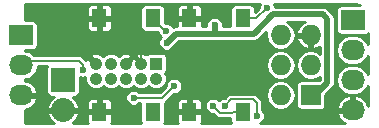
<source format=gtl>
G04 #@! TF.FileFunction,Copper,L1,Top,Signal*
%FSLAX46Y46*%
G04 Gerber Fmt 4.6, Leading zero omitted, Abs format (unit mm)*
G04 Created by KiCad (PCBNEW 4.0.4-stable) date 09/24/16 18:26:32*
%MOMM*%
%LPD*%
G01*
G04 APERTURE LIST*
%ADD10C,0.100000*%
%ADD11R,1.300000X1.550000*%
%ADD12R,2.032000X1.727200*%
%ADD13O,2.032000X1.727200*%
%ADD14R,1.050000X1.050000*%
%ADD15C,1.050000*%
%ADD16R,2.032000X2.032000*%
%ADD17O,2.032000X2.032000*%
%ADD18R,1.727200X1.727200*%
%ADD19O,1.727200X1.727200*%
%ADD20C,0.600000*%
%ADD21C,0.508000*%
%ADD22C,0.250000*%
%ADD23C,0.203200*%
%ADD24C,0.254000*%
G04 APERTURE END LIST*
D10*
D11*
X139410000Y-105575000D03*
X134910000Y-105575000D03*
X134910000Y-97625000D03*
X139410000Y-97625000D03*
X131790000Y-105575000D03*
X127290000Y-105575000D03*
X127290000Y-97625000D03*
X131790000Y-97625000D03*
D12*
X120650000Y-99060000D03*
D13*
X120650000Y-101600000D03*
X120650000Y-104140000D03*
D14*
X132080000Y-101473000D03*
D15*
X130810000Y-101473000D03*
X129540000Y-101473000D03*
X128270000Y-101473000D03*
X127000000Y-101473000D03*
X130810000Y-102743000D03*
X129540000Y-102743000D03*
X128270000Y-102743000D03*
X127000000Y-102743000D03*
X132080000Y-102743000D03*
D16*
X124206000Y-102870000D03*
D17*
X124206000Y-105410000D03*
D12*
X148717000Y-97790000D03*
D13*
X148717000Y-100330000D03*
X148717000Y-102870000D03*
X148717000Y-105410000D03*
D18*
X145161000Y-104140000D03*
D19*
X142621000Y-104140000D03*
X145161000Y-101600000D03*
X142621000Y-101600000D03*
X145161000Y-99060000D03*
X142621000Y-99060000D03*
D20*
X137033000Y-98171000D03*
X132969000Y-99695000D03*
X140750000Y-103500000D03*
X138022500Y-102462500D03*
X121250000Y-96750000D03*
X133477000Y-100457000D03*
X136297500Y-102462500D03*
X138022500Y-100737500D03*
X136297500Y-100737500D03*
X122459804Y-99091804D03*
X132903000Y-98679000D03*
X136906000Y-105036518D03*
X141466043Y-96744841D03*
X133604000Y-103378000D03*
X130175000Y-104360600D03*
X125857000Y-101981000D03*
X140589000Y-105918000D03*
X137922000Y-105029000D03*
D21*
X145161000Y-104140000D02*
X145542000Y-104140000D01*
X146558000Y-103124000D02*
X146558000Y-97663000D01*
X145542000Y-104140000D02*
X146558000Y-103124000D01*
X146558000Y-97663000D02*
X146177000Y-97282000D01*
X146177000Y-97282000D02*
X141995202Y-97282000D01*
X141995202Y-97282000D02*
X140344202Y-98933000D01*
X140344202Y-98933000D02*
X137033000Y-98933000D01*
X133731000Y-98933000D02*
X137033000Y-98933000D01*
X137033000Y-98933000D02*
X137033000Y-98171000D01*
X132969000Y-99695000D02*
X133731000Y-98933000D01*
X132258922Y-101473000D02*
X132080000Y-101473000D01*
D22*
X138022500Y-102462500D02*
X139712500Y-102462500D01*
X139712500Y-102462500D02*
X140750000Y-103500000D01*
D23*
X138601396Y-103041396D02*
X138022500Y-102462500D01*
D22*
X125000000Y-97625000D02*
X122125000Y-97625000D01*
X122125000Y-97625000D02*
X121250000Y-96750000D01*
D23*
X130810000Y-101473000D02*
X130810000Y-100730538D01*
X130810000Y-100730538D02*
X131083538Y-100457000D01*
X131083538Y-100457000D02*
X133477000Y-100457000D01*
X127290000Y-97625000D02*
X125000000Y-97625000D01*
X125000000Y-97625000D02*
X123926608Y-97625000D01*
X123926608Y-97625000D02*
X122459804Y-99091804D01*
X132903000Y-98679000D02*
X132844000Y-98679000D01*
X132844000Y-98679000D02*
X131790000Y-97625000D01*
X136906000Y-105036518D02*
X137500083Y-105630601D01*
X137500083Y-105630601D02*
X138501199Y-105630601D01*
X138501199Y-105630601D02*
X138556800Y-105575000D01*
X138556800Y-105575000D02*
X139410000Y-105575000D01*
X141466043Y-96744841D02*
X140585884Y-97625000D01*
X140585884Y-97625000D02*
X139410000Y-97625000D01*
X125857000Y-101981000D02*
X125857000Y-101556736D01*
X121031000Y-101219000D02*
X120650000Y-101600000D01*
X125857000Y-101556736D02*
X125519264Y-101219000D01*
X125519264Y-101219000D02*
X121031000Y-101219000D01*
X130175000Y-104360600D02*
X132621400Y-104360600D01*
X132621400Y-104360600D02*
X133604000Y-103378000D01*
X138452601Y-104498399D02*
X139954000Y-104498399D01*
X139954000Y-104498399D02*
X140301281Y-104498399D01*
X140301281Y-104498399D02*
X140589000Y-104786118D01*
X140589000Y-104786118D02*
X140589000Y-105918000D01*
X137922000Y-105029000D02*
X138452601Y-104498399D01*
D24*
G36*
X140785161Y-96608787D02*
X140785044Y-96743340D01*
X140448464Y-97079920D01*
X140448464Y-96850000D01*
X140421897Y-96708810D01*
X140338454Y-96579135D01*
X140211134Y-96492141D01*
X140060000Y-96461536D01*
X138760000Y-96461536D01*
X138618810Y-96488103D01*
X138489135Y-96571546D01*
X138402141Y-96698866D01*
X138371536Y-96850000D01*
X138371536Y-98298000D01*
X137713890Y-98298000D01*
X137714118Y-98036135D01*
X137610661Y-97785748D01*
X137419259Y-97594013D01*
X137169054Y-97490118D01*
X136898135Y-97489882D01*
X136647748Y-97593339D01*
X136456013Y-97784741D01*
X136352118Y-98034946D01*
X136351889Y-98298000D01*
X135941000Y-98298000D01*
X135941000Y-97847250D01*
X135845750Y-97752000D01*
X135037000Y-97752000D01*
X135037000Y-97772000D01*
X134783000Y-97772000D01*
X134783000Y-97752000D01*
X133974250Y-97752000D01*
X133879000Y-97847250D01*
X133879000Y-98298000D01*
X133731000Y-98298000D01*
X133501297Y-98343690D01*
X133480661Y-98293748D01*
X133289259Y-98102013D01*
X133039054Y-97998118D01*
X132845449Y-97997949D01*
X132828464Y-97980964D01*
X132828464Y-96850000D01*
X132814204Y-96774214D01*
X133879000Y-96774214D01*
X133879000Y-97402750D01*
X133974250Y-97498000D01*
X134783000Y-97498000D01*
X134783000Y-96564250D01*
X135037000Y-96564250D01*
X135037000Y-97498000D01*
X135845750Y-97498000D01*
X135941000Y-97402750D01*
X135941000Y-96774214D01*
X135882996Y-96634180D01*
X135775819Y-96527004D01*
X135635785Y-96469000D01*
X135132250Y-96469000D01*
X135037000Y-96564250D01*
X134783000Y-96564250D01*
X134687750Y-96469000D01*
X134184215Y-96469000D01*
X134044181Y-96527004D01*
X133937004Y-96634180D01*
X133879000Y-96774214D01*
X132814204Y-96774214D01*
X132801897Y-96708810D01*
X132718454Y-96579135D01*
X132591134Y-96492141D01*
X132440000Y-96461536D01*
X131140000Y-96461536D01*
X130998810Y-96488103D01*
X130869135Y-96571546D01*
X130782141Y-96698866D01*
X130751536Y-96850000D01*
X130751536Y-98400000D01*
X130778103Y-98541190D01*
X130861546Y-98670865D01*
X130988866Y-98757859D01*
X131140000Y-98788464D01*
X132221904Y-98788464D01*
X132221882Y-98813865D01*
X132325339Y-99064252D01*
X132480862Y-99220046D01*
X132392013Y-99308741D01*
X132288118Y-99558946D01*
X132287882Y-99829865D01*
X132391339Y-100080252D01*
X132582741Y-100271987D01*
X132832946Y-100375882D01*
X133103865Y-100376118D01*
X133354252Y-100272661D01*
X133545987Y-100081259D01*
X133592300Y-99969726D01*
X133994026Y-99568000D01*
X140344202Y-99568000D01*
X140587206Y-99519664D01*
X140793215Y-99382013D01*
X141410813Y-98764415D01*
X141352017Y-99060000D01*
X141446757Y-99536288D01*
X141716552Y-99940065D01*
X142120329Y-100209860D01*
X142596617Y-100304600D01*
X142645383Y-100304600D01*
X143121671Y-100209860D01*
X143525448Y-99940065D01*
X143795243Y-99536288D01*
X143826506Y-99379118D01*
X143958007Y-99379118D01*
X144084695Y-99685001D01*
X144405801Y-100049310D01*
X144841880Y-100263005D01*
X145034000Y-100202865D01*
X145034000Y-99187000D01*
X144018688Y-99187000D01*
X143958007Y-99379118D01*
X143826506Y-99379118D01*
X143889983Y-99060000D01*
X143795243Y-98583712D01*
X143525448Y-98179935D01*
X143131938Y-97917000D01*
X144719430Y-97917000D01*
X144405801Y-98070690D01*
X144084695Y-98434999D01*
X143958007Y-98740882D01*
X144018688Y-98933000D01*
X145034000Y-98933000D01*
X145034000Y-98913000D01*
X145288000Y-98913000D01*
X145288000Y-98933000D01*
X145308000Y-98933000D01*
X145308000Y-99187000D01*
X145288000Y-99187000D01*
X145288000Y-100202865D01*
X145480120Y-100263005D01*
X145916199Y-100049310D01*
X145923000Y-100041594D01*
X145923000Y-100624754D01*
X145661671Y-100450140D01*
X145185383Y-100355400D01*
X145136617Y-100355400D01*
X144660329Y-100450140D01*
X144256552Y-100719935D01*
X143986757Y-101123712D01*
X143892017Y-101600000D01*
X143986757Y-102076288D01*
X144256552Y-102480065D01*
X144660329Y-102749860D01*
X145136617Y-102844600D01*
X145185383Y-102844600D01*
X145661671Y-102749860D01*
X145923000Y-102575246D01*
X145923000Y-102860974D01*
X145896038Y-102887936D01*
X144297400Y-102887936D01*
X144156210Y-102914503D01*
X144026535Y-102997946D01*
X143939541Y-103125266D01*
X143908936Y-103276400D01*
X143908936Y-105003600D01*
X143935503Y-105144790D01*
X144018946Y-105274465D01*
X144146266Y-105361459D01*
X144297400Y-105392064D01*
X146024600Y-105392064D01*
X146165790Y-105365497D01*
X146295465Y-105282054D01*
X146382459Y-105154734D01*
X146395389Y-105090882D01*
X147361607Y-105090882D01*
X147422288Y-105283000D01*
X148590000Y-105283000D01*
X148590000Y-104259357D01*
X148394787Y-104175473D01*
X147935280Y-104334430D01*
X147571581Y-104657133D01*
X147361607Y-105090882D01*
X146395389Y-105090882D01*
X146413064Y-105003600D01*
X146413064Y-104166962D01*
X147007013Y-103573013D01*
X147144664Y-103367004D01*
X147193000Y-103124000D01*
X147193000Y-97663000D01*
X147144664Y-97419996D01*
X147144664Y-97419995D01*
X147007013Y-97213987D01*
X146626013Y-96832987D01*
X146420004Y-96695336D01*
X146177000Y-96647000D01*
X142147129Y-96647000D01*
X142147161Y-96609976D01*
X142083540Y-96456000D01*
X148955088Y-96456000D01*
X149367007Y-96537936D01*
X147701000Y-96537936D01*
X147559810Y-96564503D01*
X147430135Y-96647946D01*
X147343141Y-96775266D01*
X147312536Y-96926400D01*
X147312536Y-98653600D01*
X147339103Y-98794790D01*
X147422546Y-98924465D01*
X147549866Y-99011459D01*
X147701000Y-99042064D01*
X149733000Y-99042064D01*
X149874190Y-99015497D01*
X150003865Y-98932054D01*
X150044000Y-98873314D01*
X150044000Y-99849777D01*
X149776834Y-99449935D01*
X149373057Y-99180140D01*
X148896769Y-99085400D01*
X148537231Y-99085400D01*
X148060943Y-99180140D01*
X147657166Y-99449935D01*
X147387371Y-99853712D01*
X147292631Y-100330000D01*
X147387371Y-100806288D01*
X147657166Y-101210065D01*
X148060943Y-101479860D01*
X148537231Y-101574600D01*
X148896769Y-101574600D01*
X149373057Y-101479860D01*
X149776834Y-101210065D01*
X150044000Y-100810223D01*
X150044000Y-102389777D01*
X149776834Y-101989935D01*
X149373057Y-101720140D01*
X148896769Y-101625400D01*
X148537231Y-101625400D01*
X148060943Y-101720140D01*
X147657166Y-101989935D01*
X147387371Y-102393712D01*
X147292631Y-102870000D01*
X147387371Y-103346288D01*
X147657166Y-103750065D01*
X148060943Y-104019860D01*
X148537231Y-104114600D01*
X148896769Y-104114600D01*
X149373057Y-104019860D01*
X149776834Y-103750065D01*
X150044000Y-103350223D01*
X150044000Y-105032230D01*
X149862419Y-104657133D01*
X149498720Y-104334430D01*
X149039213Y-104175473D01*
X148844000Y-104259357D01*
X148844000Y-105283000D01*
X148864000Y-105283000D01*
X148864000Y-105537000D01*
X148844000Y-105537000D01*
X148844000Y-105557000D01*
X148590000Y-105557000D01*
X148590000Y-105537000D01*
X147422288Y-105537000D01*
X147361607Y-105729118D01*
X147571581Y-106162867D01*
X147935280Y-106485570D01*
X148104187Y-106544000D01*
X140857262Y-106544000D01*
X140974252Y-106495661D01*
X141165987Y-106304259D01*
X141269882Y-106054054D01*
X141270118Y-105783135D01*
X141166661Y-105532748D01*
X141071600Y-105437522D01*
X141071600Y-104786118D01*
X141034864Y-104601435D01*
X140930250Y-104444868D01*
X140642531Y-104157149D01*
X140616866Y-104140000D01*
X141352017Y-104140000D01*
X141446757Y-104616288D01*
X141716552Y-105020065D01*
X142120329Y-105289860D01*
X142596617Y-105384600D01*
X142645383Y-105384600D01*
X143121671Y-105289860D01*
X143525448Y-105020065D01*
X143795243Y-104616288D01*
X143889983Y-104140000D01*
X143795243Y-103663712D01*
X143525448Y-103259935D01*
X143121671Y-102990140D01*
X142645383Y-102895400D01*
X142596617Y-102895400D01*
X142120329Y-102990140D01*
X141716552Y-103259935D01*
X141446757Y-103663712D01*
X141352017Y-104140000D01*
X140616866Y-104140000D01*
X140485964Y-104052535D01*
X140301281Y-104015799D01*
X138452601Y-104015799D01*
X138267918Y-104052535D01*
X138111351Y-104157149D01*
X137920502Y-104347998D01*
X137787135Y-104347882D01*
X137536748Y-104451339D01*
X137410195Y-104577672D01*
X137292259Y-104459531D01*
X137042054Y-104355636D01*
X136771135Y-104355400D01*
X136520748Y-104458857D01*
X136329013Y-104650259D01*
X136225118Y-104900464D01*
X136224882Y-105171383D01*
X136328339Y-105421770D01*
X136519741Y-105613505D01*
X136769946Y-105717400D01*
X136904499Y-105717517D01*
X137158833Y-105971851D01*
X137315400Y-106076465D01*
X137500083Y-106113201D01*
X138371536Y-106113201D01*
X138371536Y-106350000D01*
X138398103Y-106491190D01*
X138432085Y-106544000D01*
X135892034Y-106544000D01*
X135941000Y-106425786D01*
X135941000Y-105797250D01*
X135845750Y-105702000D01*
X135037000Y-105702000D01*
X135037000Y-105722000D01*
X134783000Y-105722000D01*
X134783000Y-105702000D01*
X133974250Y-105702000D01*
X133879000Y-105797250D01*
X133879000Y-106425786D01*
X133927966Y-106544000D01*
X132768570Y-106544000D01*
X132797859Y-106501134D01*
X132828464Y-106350000D01*
X132828464Y-104800000D01*
X132827045Y-104792458D01*
X132929179Y-104724214D01*
X133879000Y-104724214D01*
X133879000Y-105352750D01*
X133974250Y-105448000D01*
X134783000Y-105448000D01*
X134783000Y-104514250D01*
X135037000Y-104514250D01*
X135037000Y-105448000D01*
X135845750Y-105448000D01*
X135941000Y-105352750D01*
X135941000Y-104724214D01*
X135882996Y-104584180D01*
X135775819Y-104477004D01*
X135635785Y-104419000D01*
X135132250Y-104419000D01*
X135037000Y-104514250D01*
X134783000Y-104514250D01*
X134687750Y-104419000D01*
X134184215Y-104419000D01*
X134044181Y-104477004D01*
X133937004Y-104584180D01*
X133879000Y-104724214D01*
X132929179Y-104724214D01*
X132962650Y-104701850D01*
X133605498Y-104059002D01*
X133738865Y-104059118D01*
X133989252Y-103955661D01*
X134180987Y-103764259D01*
X134284882Y-103514054D01*
X134285118Y-103243135D01*
X134181661Y-102992748D01*
X133990259Y-102801013D01*
X133740054Y-102697118D01*
X133469135Y-102696882D01*
X133218748Y-102800339D01*
X133027013Y-102991741D01*
X132923118Y-103241946D01*
X132923001Y-103376499D01*
X132421500Y-103878000D01*
X130655482Y-103878000D01*
X130561259Y-103783613D01*
X130311054Y-103679718D01*
X130040135Y-103679482D01*
X129789748Y-103782939D01*
X129598013Y-103974341D01*
X129494118Y-104224546D01*
X129493882Y-104495465D01*
X129597339Y-104745852D01*
X129788741Y-104937587D01*
X130038946Y-105041482D01*
X130309865Y-105041718D01*
X130560252Y-104938261D01*
X130655478Y-104843200D01*
X130751536Y-104843200D01*
X130751536Y-106350000D01*
X130778103Y-106491190D01*
X130812085Y-106544000D01*
X128272034Y-106544000D01*
X128321000Y-106425786D01*
X128321000Y-105797250D01*
X128225750Y-105702000D01*
X127417000Y-105702000D01*
X127417000Y-105722000D01*
X127163000Y-105722000D01*
X127163000Y-105702000D01*
X126354250Y-105702000D01*
X126259000Y-105797250D01*
X126259000Y-106425786D01*
X126307966Y-106544000D01*
X125011504Y-106544000D01*
X125041199Y-106529858D01*
X125406174Y-106124997D01*
X125560220Y-105753070D01*
X125501540Y-105537000D01*
X124333000Y-105537000D01*
X124333000Y-105557000D01*
X124079000Y-105557000D01*
X124079000Y-105537000D01*
X122910460Y-105537000D01*
X122851780Y-105753070D01*
X123005826Y-106124997D01*
X123370801Y-106529858D01*
X123400496Y-106544000D01*
X120956000Y-106544000D01*
X120956000Y-105367560D01*
X120972213Y-105374527D01*
X121431720Y-105215570D01*
X121795419Y-104892867D01*
X122005393Y-104459118D01*
X121944712Y-104267000D01*
X120956000Y-104267000D01*
X120956000Y-104013000D01*
X121944712Y-104013000D01*
X122005393Y-103820882D01*
X121795419Y-103387133D01*
X121431720Y-103064430D01*
X120972213Y-102905473D01*
X120956000Y-102912440D01*
X120956000Y-102819491D01*
X121306057Y-102749860D01*
X121709834Y-102480065D01*
X121979629Y-102076288D01*
X122054159Y-101701600D01*
X122833006Y-101701600D01*
X122832141Y-101702866D01*
X122801536Y-101854000D01*
X122801536Y-103886000D01*
X122828103Y-104027190D01*
X122911546Y-104156865D01*
X123038866Y-104243859D01*
X123190000Y-104274464D01*
X123403721Y-104274464D01*
X123370801Y-104290142D01*
X123005826Y-104695003D01*
X122851780Y-105066930D01*
X122910460Y-105283000D01*
X124079000Y-105283000D01*
X124079000Y-105263000D01*
X124333000Y-105263000D01*
X124333000Y-105283000D01*
X125501540Y-105283000D01*
X125560220Y-105066930D01*
X125418273Y-104724214D01*
X126259000Y-104724214D01*
X126259000Y-105352750D01*
X126354250Y-105448000D01*
X127163000Y-105448000D01*
X127163000Y-104514250D01*
X127417000Y-104514250D01*
X127417000Y-105448000D01*
X128225750Y-105448000D01*
X128321000Y-105352750D01*
X128321000Y-104724214D01*
X128262996Y-104584180D01*
X128155819Y-104477004D01*
X128015785Y-104419000D01*
X127512250Y-104419000D01*
X127417000Y-104514250D01*
X127163000Y-104514250D01*
X127067750Y-104419000D01*
X126564215Y-104419000D01*
X126424181Y-104477004D01*
X126317004Y-104584180D01*
X126259000Y-104724214D01*
X125418273Y-104724214D01*
X125406174Y-104695003D01*
X125041199Y-104290142D01*
X125008279Y-104274464D01*
X125222000Y-104274464D01*
X125363190Y-104247897D01*
X125492865Y-104164454D01*
X125579859Y-104037134D01*
X125610464Y-103886000D01*
X125610464Y-102616006D01*
X125720946Y-102661882D01*
X125991865Y-102662118D01*
X126094107Y-102619873D01*
X126093843Y-102922424D01*
X126231482Y-103255538D01*
X126486122Y-103510622D01*
X126818995Y-103648843D01*
X127179424Y-103649157D01*
X127512538Y-103511518D01*
X127634990Y-103389279D01*
X127756122Y-103510622D01*
X128088995Y-103648843D01*
X128449424Y-103649157D01*
X128782538Y-103511518D01*
X128904990Y-103389279D01*
X129026122Y-103510622D01*
X129358995Y-103648843D01*
X129719424Y-103649157D01*
X130052538Y-103511518D01*
X130174990Y-103389279D01*
X130296122Y-103510622D01*
X130628995Y-103648843D01*
X130989424Y-103649157D01*
X131322538Y-103511518D01*
X131444990Y-103389279D01*
X131566122Y-103510622D01*
X131898995Y-103648843D01*
X132259424Y-103649157D01*
X132592538Y-103511518D01*
X132847622Y-103256878D01*
X132985843Y-102924005D01*
X132986157Y-102563576D01*
X132869274Y-102280695D01*
X132875865Y-102276454D01*
X132962859Y-102149134D01*
X132993464Y-101998000D01*
X132993464Y-101600000D01*
X141352017Y-101600000D01*
X141446757Y-102076288D01*
X141716552Y-102480065D01*
X142120329Y-102749860D01*
X142596617Y-102844600D01*
X142645383Y-102844600D01*
X143121671Y-102749860D01*
X143525448Y-102480065D01*
X143795243Y-102076288D01*
X143889983Y-101600000D01*
X143795243Y-101123712D01*
X143525448Y-100719935D01*
X143121671Y-100450140D01*
X142645383Y-100355400D01*
X142596617Y-100355400D01*
X142120329Y-100450140D01*
X141716552Y-100719935D01*
X141446757Y-101123712D01*
X141352017Y-101600000D01*
X132993464Y-101600000D01*
X132993464Y-100948000D01*
X132966897Y-100806810D01*
X132883454Y-100677135D01*
X132756134Y-100590141D01*
X132605000Y-100559536D01*
X131555000Y-100559536D01*
X131413810Y-100586103D01*
X131284135Y-100669546D01*
X131261526Y-100702636D01*
X131245065Y-100658118D01*
X130900107Y-100553655D01*
X130541430Y-100589153D01*
X130374935Y-100658118D01*
X130320889Y-100804283D01*
X130810000Y-101293395D01*
X130824142Y-101279252D01*
X131003748Y-101458858D01*
X130989605Y-101473000D01*
X131003748Y-101487143D01*
X130824143Y-101666748D01*
X130810000Y-101652605D01*
X130795858Y-101666748D01*
X130616252Y-101487142D01*
X130630395Y-101473000D01*
X130430660Y-101273265D01*
X130423847Y-101204430D01*
X130354882Y-101037935D01*
X130208717Y-100983889D01*
X130175000Y-101017606D01*
X130141283Y-100983889D01*
X129995118Y-101037935D01*
X129925814Y-101266792D01*
X129719605Y-101473000D01*
X129733748Y-101487143D01*
X129554143Y-101666748D01*
X129540000Y-101652605D01*
X129525858Y-101666748D01*
X129346253Y-101487143D01*
X129360395Y-101473000D01*
X129346253Y-101458858D01*
X129525858Y-101279252D01*
X129540000Y-101293395D01*
X130029111Y-100804283D01*
X129975065Y-100658118D01*
X129630107Y-100553655D01*
X129271430Y-100589153D01*
X129104935Y-100658118D01*
X129050890Y-100804282D01*
X128978373Y-100731765D01*
X128894223Y-100815915D01*
X128783878Y-100705378D01*
X128451005Y-100567157D01*
X128090576Y-100566843D01*
X127757462Y-100704482D01*
X127645806Y-100815944D01*
X127561627Y-100731765D01*
X127489110Y-100804282D01*
X127435065Y-100658118D01*
X127090107Y-100553655D01*
X126731430Y-100589153D01*
X126564935Y-100658118D01*
X126510889Y-100804283D01*
X127000000Y-101293395D01*
X127014142Y-101279252D01*
X127193748Y-101458858D01*
X127179605Y-101473000D01*
X127193748Y-101487143D01*
X127014143Y-101666748D01*
X127000000Y-101652605D01*
X126985858Y-101666748D01*
X126806253Y-101487143D01*
X126820395Y-101473000D01*
X126331283Y-100983889D01*
X126185118Y-101037935D01*
X126146901Y-101164137D01*
X125860514Y-100877750D01*
X125703947Y-100773136D01*
X125519264Y-100736400D01*
X121720836Y-100736400D01*
X121709834Y-100719935D01*
X121306057Y-100450140D01*
X120956000Y-100380509D01*
X120956000Y-100312064D01*
X121666000Y-100312064D01*
X121807190Y-100285497D01*
X121936865Y-100202054D01*
X122023859Y-100074734D01*
X122054464Y-99923600D01*
X122054464Y-98196400D01*
X122027897Y-98055210D01*
X121944454Y-97925535D01*
X121829881Y-97847250D01*
X126259000Y-97847250D01*
X126259000Y-98475786D01*
X126317004Y-98615820D01*
X126424181Y-98722996D01*
X126564215Y-98781000D01*
X127067750Y-98781000D01*
X127163000Y-98685750D01*
X127163000Y-97752000D01*
X127417000Y-97752000D01*
X127417000Y-98685750D01*
X127512250Y-98781000D01*
X128015785Y-98781000D01*
X128155819Y-98722996D01*
X128262996Y-98615820D01*
X128321000Y-98475786D01*
X128321000Y-97847250D01*
X128225750Y-97752000D01*
X127417000Y-97752000D01*
X127163000Y-97752000D01*
X126354250Y-97752000D01*
X126259000Y-97847250D01*
X121829881Y-97847250D01*
X121817134Y-97838541D01*
X121666000Y-97807936D01*
X120956000Y-97807936D01*
X120956000Y-96774214D01*
X126259000Y-96774214D01*
X126259000Y-97402750D01*
X126354250Y-97498000D01*
X127163000Y-97498000D01*
X127163000Y-96564250D01*
X127417000Y-96564250D01*
X127417000Y-97498000D01*
X128225750Y-97498000D01*
X128321000Y-97402750D01*
X128321000Y-96774214D01*
X128262996Y-96634180D01*
X128155819Y-96527004D01*
X128015785Y-96469000D01*
X127512250Y-96469000D01*
X127417000Y-96564250D01*
X127163000Y-96564250D01*
X127067750Y-96469000D01*
X126564215Y-96469000D01*
X126424181Y-96527004D01*
X126317004Y-96634180D01*
X126259000Y-96774214D01*
X120956000Y-96774214D01*
X120956000Y-96456000D01*
X140848604Y-96456000D01*
X140785161Y-96608787D01*
X140785161Y-96608787D01*
G37*
X140785161Y-96608787D02*
X140785044Y-96743340D01*
X140448464Y-97079920D01*
X140448464Y-96850000D01*
X140421897Y-96708810D01*
X140338454Y-96579135D01*
X140211134Y-96492141D01*
X140060000Y-96461536D01*
X138760000Y-96461536D01*
X138618810Y-96488103D01*
X138489135Y-96571546D01*
X138402141Y-96698866D01*
X138371536Y-96850000D01*
X138371536Y-98298000D01*
X137713890Y-98298000D01*
X137714118Y-98036135D01*
X137610661Y-97785748D01*
X137419259Y-97594013D01*
X137169054Y-97490118D01*
X136898135Y-97489882D01*
X136647748Y-97593339D01*
X136456013Y-97784741D01*
X136352118Y-98034946D01*
X136351889Y-98298000D01*
X135941000Y-98298000D01*
X135941000Y-97847250D01*
X135845750Y-97752000D01*
X135037000Y-97752000D01*
X135037000Y-97772000D01*
X134783000Y-97772000D01*
X134783000Y-97752000D01*
X133974250Y-97752000D01*
X133879000Y-97847250D01*
X133879000Y-98298000D01*
X133731000Y-98298000D01*
X133501297Y-98343690D01*
X133480661Y-98293748D01*
X133289259Y-98102013D01*
X133039054Y-97998118D01*
X132845449Y-97997949D01*
X132828464Y-97980964D01*
X132828464Y-96850000D01*
X132814204Y-96774214D01*
X133879000Y-96774214D01*
X133879000Y-97402750D01*
X133974250Y-97498000D01*
X134783000Y-97498000D01*
X134783000Y-96564250D01*
X135037000Y-96564250D01*
X135037000Y-97498000D01*
X135845750Y-97498000D01*
X135941000Y-97402750D01*
X135941000Y-96774214D01*
X135882996Y-96634180D01*
X135775819Y-96527004D01*
X135635785Y-96469000D01*
X135132250Y-96469000D01*
X135037000Y-96564250D01*
X134783000Y-96564250D01*
X134687750Y-96469000D01*
X134184215Y-96469000D01*
X134044181Y-96527004D01*
X133937004Y-96634180D01*
X133879000Y-96774214D01*
X132814204Y-96774214D01*
X132801897Y-96708810D01*
X132718454Y-96579135D01*
X132591134Y-96492141D01*
X132440000Y-96461536D01*
X131140000Y-96461536D01*
X130998810Y-96488103D01*
X130869135Y-96571546D01*
X130782141Y-96698866D01*
X130751536Y-96850000D01*
X130751536Y-98400000D01*
X130778103Y-98541190D01*
X130861546Y-98670865D01*
X130988866Y-98757859D01*
X131140000Y-98788464D01*
X132221904Y-98788464D01*
X132221882Y-98813865D01*
X132325339Y-99064252D01*
X132480862Y-99220046D01*
X132392013Y-99308741D01*
X132288118Y-99558946D01*
X132287882Y-99829865D01*
X132391339Y-100080252D01*
X132582741Y-100271987D01*
X132832946Y-100375882D01*
X133103865Y-100376118D01*
X133354252Y-100272661D01*
X133545987Y-100081259D01*
X133592300Y-99969726D01*
X133994026Y-99568000D01*
X140344202Y-99568000D01*
X140587206Y-99519664D01*
X140793215Y-99382013D01*
X141410813Y-98764415D01*
X141352017Y-99060000D01*
X141446757Y-99536288D01*
X141716552Y-99940065D01*
X142120329Y-100209860D01*
X142596617Y-100304600D01*
X142645383Y-100304600D01*
X143121671Y-100209860D01*
X143525448Y-99940065D01*
X143795243Y-99536288D01*
X143826506Y-99379118D01*
X143958007Y-99379118D01*
X144084695Y-99685001D01*
X144405801Y-100049310D01*
X144841880Y-100263005D01*
X145034000Y-100202865D01*
X145034000Y-99187000D01*
X144018688Y-99187000D01*
X143958007Y-99379118D01*
X143826506Y-99379118D01*
X143889983Y-99060000D01*
X143795243Y-98583712D01*
X143525448Y-98179935D01*
X143131938Y-97917000D01*
X144719430Y-97917000D01*
X144405801Y-98070690D01*
X144084695Y-98434999D01*
X143958007Y-98740882D01*
X144018688Y-98933000D01*
X145034000Y-98933000D01*
X145034000Y-98913000D01*
X145288000Y-98913000D01*
X145288000Y-98933000D01*
X145308000Y-98933000D01*
X145308000Y-99187000D01*
X145288000Y-99187000D01*
X145288000Y-100202865D01*
X145480120Y-100263005D01*
X145916199Y-100049310D01*
X145923000Y-100041594D01*
X145923000Y-100624754D01*
X145661671Y-100450140D01*
X145185383Y-100355400D01*
X145136617Y-100355400D01*
X144660329Y-100450140D01*
X144256552Y-100719935D01*
X143986757Y-101123712D01*
X143892017Y-101600000D01*
X143986757Y-102076288D01*
X144256552Y-102480065D01*
X144660329Y-102749860D01*
X145136617Y-102844600D01*
X145185383Y-102844600D01*
X145661671Y-102749860D01*
X145923000Y-102575246D01*
X145923000Y-102860974D01*
X145896038Y-102887936D01*
X144297400Y-102887936D01*
X144156210Y-102914503D01*
X144026535Y-102997946D01*
X143939541Y-103125266D01*
X143908936Y-103276400D01*
X143908936Y-105003600D01*
X143935503Y-105144790D01*
X144018946Y-105274465D01*
X144146266Y-105361459D01*
X144297400Y-105392064D01*
X146024600Y-105392064D01*
X146165790Y-105365497D01*
X146295465Y-105282054D01*
X146382459Y-105154734D01*
X146395389Y-105090882D01*
X147361607Y-105090882D01*
X147422288Y-105283000D01*
X148590000Y-105283000D01*
X148590000Y-104259357D01*
X148394787Y-104175473D01*
X147935280Y-104334430D01*
X147571581Y-104657133D01*
X147361607Y-105090882D01*
X146395389Y-105090882D01*
X146413064Y-105003600D01*
X146413064Y-104166962D01*
X147007013Y-103573013D01*
X147144664Y-103367004D01*
X147193000Y-103124000D01*
X147193000Y-97663000D01*
X147144664Y-97419996D01*
X147144664Y-97419995D01*
X147007013Y-97213987D01*
X146626013Y-96832987D01*
X146420004Y-96695336D01*
X146177000Y-96647000D01*
X142147129Y-96647000D01*
X142147161Y-96609976D01*
X142083540Y-96456000D01*
X148955088Y-96456000D01*
X149367007Y-96537936D01*
X147701000Y-96537936D01*
X147559810Y-96564503D01*
X147430135Y-96647946D01*
X147343141Y-96775266D01*
X147312536Y-96926400D01*
X147312536Y-98653600D01*
X147339103Y-98794790D01*
X147422546Y-98924465D01*
X147549866Y-99011459D01*
X147701000Y-99042064D01*
X149733000Y-99042064D01*
X149874190Y-99015497D01*
X150003865Y-98932054D01*
X150044000Y-98873314D01*
X150044000Y-99849777D01*
X149776834Y-99449935D01*
X149373057Y-99180140D01*
X148896769Y-99085400D01*
X148537231Y-99085400D01*
X148060943Y-99180140D01*
X147657166Y-99449935D01*
X147387371Y-99853712D01*
X147292631Y-100330000D01*
X147387371Y-100806288D01*
X147657166Y-101210065D01*
X148060943Y-101479860D01*
X148537231Y-101574600D01*
X148896769Y-101574600D01*
X149373057Y-101479860D01*
X149776834Y-101210065D01*
X150044000Y-100810223D01*
X150044000Y-102389777D01*
X149776834Y-101989935D01*
X149373057Y-101720140D01*
X148896769Y-101625400D01*
X148537231Y-101625400D01*
X148060943Y-101720140D01*
X147657166Y-101989935D01*
X147387371Y-102393712D01*
X147292631Y-102870000D01*
X147387371Y-103346288D01*
X147657166Y-103750065D01*
X148060943Y-104019860D01*
X148537231Y-104114600D01*
X148896769Y-104114600D01*
X149373057Y-104019860D01*
X149776834Y-103750065D01*
X150044000Y-103350223D01*
X150044000Y-105032230D01*
X149862419Y-104657133D01*
X149498720Y-104334430D01*
X149039213Y-104175473D01*
X148844000Y-104259357D01*
X148844000Y-105283000D01*
X148864000Y-105283000D01*
X148864000Y-105537000D01*
X148844000Y-105537000D01*
X148844000Y-105557000D01*
X148590000Y-105557000D01*
X148590000Y-105537000D01*
X147422288Y-105537000D01*
X147361607Y-105729118D01*
X147571581Y-106162867D01*
X147935280Y-106485570D01*
X148104187Y-106544000D01*
X140857262Y-106544000D01*
X140974252Y-106495661D01*
X141165987Y-106304259D01*
X141269882Y-106054054D01*
X141270118Y-105783135D01*
X141166661Y-105532748D01*
X141071600Y-105437522D01*
X141071600Y-104786118D01*
X141034864Y-104601435D01*
X140930250Y-104444868D01*
X140642531Y-104157149D01*
X140616866Y-104140000D01*
X141352017Y-104140000D01*
X141446757Y-104616288D01*
X141716552Y-105020065D01*
X142120329Y-105289860D01*
X142596617Y-105384600D01*
X142645383Y-105384600D01*
X143121671Y-105289860D01*
X143525448Y-105020065D01*
X143795243Y-104616288D01*
X143889983Y-104140000D01*
X143795243Y-103663712D01*
X143525448Y-103259935D01*
X143121671Y-102990140D01*
X142645383Y-102895400D01*
X142596617Y-102895400D01*
X142120329Y-102990140D01*
X141716552Y-103259935D01*
X141446757Y-103663712D01*
X141352017Y-104140000D01*
X140616866Y-104140000D01*
X140485964Y-104052535D01*
X140301281Y-104015799D01*
X138452601Y-104015799D01*
X138267918Y-104052535D01*
X138111351Y-104157149D01*
X137920502Y-104347998D01*
X137787135Y-104347882D01*
X137536748Y-104451339D01*
X137410195Y-104577672D01*
X137292259Y-104459531D01*
X137042054Y-104355636D01*
X136771135Y-104355400D01*
X136520748Y-104458857D01*
X136329013Y-104650259D01*
X136225118Y-104900464D01*
X136224882Y-105171383D01*
X136328339Y-105421770D01*
X136519741Y-105613505D01*
X136769946Y-105717400D01*
X136904499Y-105717517D01*
X137158833Y-105971851D01*
X137315400Y-106076465D01*
X137500083Y-106113201D01*
X138371536Y-106113201D01*
X138371536Y-106350000D01*
X138398103Y-106491190D01*
X138432085Y-106544000D01*
X135892034Y-106544000D01*
X135941000Y-106425786D01*
X135941000Y-105797250D01*
X135845750Y-105702000D01*
X135037000Y-105702000D01*
X135037000Y-105722000D01*
X134783000Y-105722000D01*
X134783000Y-105702000D01*
X133974250Y-105702000D01*
X133879000Y-105797250D01*
X133879000Y-106425786D01*
X133927966Y-106544000D01*
X132768570Y-106544000D01*
X132797859Y-106501134D01*
X132828464Y-106350000D01*
X132828464Y-104800000D01*
X132827045Y-104792458D01*
X132929179Y-104724214D01*
X133879000Y-104724214D01*
X133879000Y-105352750D01*
X133974250Y-105448000D01*
X134783000Y-105448000D01*
X134783000Y-104514250D01*
X135037000Y-104514250D01*
X135037000Y-105448000D01*
X135845750Y-105448000D01*
X135941000Y-105352750D01*
X135941000Y-104724214D01*
X135882996Y-104584180D01*
X135775819Y-104477004D01*
X135635785Y-104419000D01*
X135132250Y-104419000D01*
X135037000Y-104514250D01*
X134783000Y-104514250D01*
X134687750Y-104419000D01*
X134184215Y-104419000D01*
X134044181Y-104477004D01*
X133937004Y-104584180D01*
X133879000Y-104724214D01*
X132929179Y-104724214D01*
X132962650Y-104701850D01*
X133605498Y-104059002D01*
X133738865Y-104059118D01*
X133989252Y-103955661D01*
X134180987Y-103764259D01*
X134284882Y-103514054D01*
X134285118Y-103243135D01*
X134181661Y-102992748D01*
X133990259Y-102801013D01*
X133740054Y-102697118D01*
X133469135Y-102696882D01*
X133218748Y-102800339D01*
X133027013Y-102991741D01*
X132923118Y-103241946D01*
X132923001Y-103376499D01*
X132421500Y-103878000D01*
X130655482Y-103878000D01*
X130561259Y-103783613D01*
X130311054Y-103679718D01*
X130040135Y-103679482D01*
X129789748Y-103782939D01*
X129598013Y-103974341D01*
X129494118Y-104224546D01*
X129493882Y-104495465D01*
X129597339Y-104745852D01*
X129788741Y-104937587D01*
X130038946Y-105041482D01*
X130309865Y-105041718D01*
X130560252Y-104938261D01*
X130655478Y-104843200D01*
X130751536Y-104843200D01*
X130751536Y-106350000D01*
X130778103Y-106491190D01*
X130812085Y-106544000D01*
X128272034Y-106544000D01*
X128321000Y-106425786D01*
X128321000Y-105797250D01*
X128225750Y-105702000D01*
X127417000Y-105702000D01*
X127417000Y-105722000D01*
X127163000Y-105722000D01*
X127163000Y-105702000D01*
X126354250Y-105702000D01*
X126259000Y-105797250D01*
X126259000Y-106425786D01*
X126307966Y-106544000D01*
X125011504Y-106544000D01*
X125041199Y-106529858D01*
X125406174Y-106124997D01*
X125560220Y-105753070D01*
X125501540Y-105537000D01*
X124333000Y-105537000D01*
X124333000Y-105557000D01*
X124079000Y-105557000D01*
X124079000Y-105537000D01*
X122910460Y-105537000D01*
X122851780Y-105753070D01*
X123005826Y-106124997D01*
X123370801Y-106529858D01*
X123400496Y-106544000D01*
X120956000Y-106544000D01*
X120956000Y-105367560D01*
X120972213Y-105374527D01*
X121431720Y-105215570D01*
X121795419Y-104892867D01*
X122005393Y-104459118D01*
X121944712Y-104267000D01*
X120956000Y-104267000D01*
X120956000Y-104013000D01*
X121944712Y-104013000D01*
X122005393Y-103820882D01*
X121795419Y-103387133D01*
X121431720Y-103064430D01*
X120972213Y-102905473D01*
X120956000Y-102912440D01*
X120956000Y-102819491D01*
X121306057Y-102749860D01*
X121709834Y-102480065D01*
X121979629Y-102076288D01*
X122054159Y-101701600D01*
X122833006Y-101701600D01*
X122832141Y-101702866D01*
X122801536Y-101854000D01*
X122801536Y-103886000D01*
X122828103Y-104027190D01*
X122911546Y-104156865D01*
X123038866Y-104243859D01*
X123190000Y-104274464D01*
X123403721Y-104274464D01*
X123370801Y-104290142D01*
X123005826Y-104695003D01*
X122851780Y-105066930D01*
X122910460Y-105283000D01*
X124079000Y-105283000D01*
X124079000Y-105263000D01*
X124333000Y-105263000D01*
X124333000Y-105283000D01*
X125501540Y-105283000D01*
X125560220Y-105066930D01*
X125418273Y-104724214D01*
X126259000Y-104724214D01*
X126259000Y-105352750D01*
X126354250Y-105448000D01*
X127163000Y-105448000D01*
X127163000Y-104514250D01*
X127417000Y-104514250D01*
X127417000Y-105448000D01*
X128225750Y-105448000D01*
X128321000Y-105352750D01*
X128321000Y-104724214D01*
X128262996Y-104584180D01*
X128155819Y-104477004D01*
X128015785Y-104419000D01*
X127512250Y-104419000D01*
X127417000Y-104514250D01*
X127163000Y-104514250D01*
X127067750Y-104419000D01*
X126564215Y-104419000D01*
X126424181Y-104477004D01*
X126317004Y-104584180D01*
X126259000Y-104724214D01*
X125418273Y-104724214D01*
X125406174Y-104695003D01*
X125041199Y-104290142D01*
X125008279Y-104274464D01*
X125222000Y-104274464D01*
X125363190Y-104247897D01*
X125492865Y-104164454D01*
X125579859Y-104037134D01*
X125610464Y-103886000D01*
X125610464Y-102616006D01*
X125720946Y-102661882D01*
X125991865Y-102662118D01*
X126094107Y-102619873D01*
X126093843Y-102922424D01*
X126231482Y-103255538D01*
X126486122Y-103510622D01*
X126818995Y-103648843D01*
X127179424Y-103649157D01*
X127512538Y-103511518D01*
X127634990Y-103389279D01*
X127756122Y-103510622D01*
X128088995Y-103648843D01*
X128449424Y-103649157D01*
X128782538Y-103511518D01*
X128904990Y-103389279D01*
X129026122Y-103510622D01*
X129358995Y-103648843D01*
X129719424Y-103649157D01*
X130052538Y-103511518D01*
X130174990Y-103389279D01*
X130296122Y-103510622D01*
X130628995Y-103648843D01*
X130989424Y-103649157D01*
X131322538Y-103511518D01*
X131444990Y-103389279D01*
X131566122Y-103510622D01*
X131898995Y-103648843D01*
X132259424Y-103649157D01*
X132592538Y-103511518D01*
X132847622Y-103256878D01*
X132985843Y-102924005D01*
X132986157Y-102563576D01*
X132869274Y-102280695D01*
X132875865Y-102276454D01*
X132962859Y-102149134D01*
X132993464Y-101998000D01*
X132993464Y-101600000D01*
X141352017Y-101600000D01*
X141446757Y-102076288D01*
X141716552Y-102480065D01*
X142120329Y-102749860D01*
X142596617Y-102844600D01*
X142645383Y-102844600D01*
X143121671Y-102749860D01*
X143525448Y-102480065D01*
X143795243Y-102076288D01*
X143889983Y-101600000D01*
X143795243Y-101123712D01*
X143525448Y-100719935D01*
X143121671Y-100450140D01*
X142645383Y-100355400D01*
X142596617Y-100355400D01*
X142120329Y-100450140D01*
X141716552Y-100719935D01*
X141446757Y-101123712D01*
X141352017Y-101600000D01*
X132993464Y-101600000D01*
X132993464Y-100948000D01*
X132966897Y-100806810D01*
X132883454Y-100677135D01*
X132756134Y-100590141D01*
X132605000Y-100559536D01*
X131555000Y-100559536D01*
X131413810Y-100586103D01*
X131284135Y-100669546D01*
X131261526Y-100702636D01*
X131245065Y-100658118D01*
X130900107Y-100553655D01*
X130541430Y-100589153D01*
X130374935Y-100658118D01*
X130320889Y-100804283D01*
X130810000Y-101293395D01*
X130824142Y-101279252D01*
X131003748Y-101458858D01*
X130989605Y-101473000D01*
X131003748Y-101487143D01*
X130824143Y-101666748D01*
X130810000Y-101652605D01*
X130795858Y-101666748D01*
X130616252Y-101487142D01*
X130630395Y-101473000D01*
X130430660Y-101273265D01*
X130423847Y-101204430D01*
X130354882Y-101037935D01*
X130208717Y-100983889D01*
X130175000Y-101017606D01*
X130141283Y-100983889D01*
X129995118Y-101037935D01*
X129925814Y-101266792D01*
X129719605Y-101473000D01*
X129733748Y-101487143D01*
X129554143Y-101666748D01*
X129540000Y-101652605D01*
X129525858Y-101666748D01*
X129346253Y-101487143D01*
X129360395Y-101473000D01*
X129346253Y-101458858D01*
X129525858Y-101279252D01*
X129540000Y-101293395D01*
X130029111Y-100804283D01*
X129975065Y-100658118D01*
X129630107Y-100553655D01*
X129271430Y-100589153D01*
X129104935Y-100658118D01*
X129050890Y-100804282D01*
X128978373Y-100731765D01*
X128894223Y-100815915D01*
X128783878Y-100705378D01*
X128451005Y-100567157D01*
X128090576Y-100566843D01*
X127757462Y-100704482D01*
X127645806Y-100815944D01*
X127561627Y-100731765D01*
X127489110Y-100804282D01*
X127435065Y-100658118D01*
X127090107Y-100553655D01*
X126731430Y-100589153D01*
X126564935Y-100658118D01*
X126510889Y-100804283D01*
X127000000Y-101293395D01*
X127014142Y-101279252D01*
X127193748Y-101458858D01*
X127179605Y-101473000D01*
X127193748Y-101487143D01*
X127014143Y-101666748D01*
X127000000Y-101652605D01*
X126985858Y-101666748D01*
X126806253Y-101487143D01*
X126820395Y-101473000D01*
X126331283Y-100983889D01*
X126185118Y-101037935D01*
X126146901Y-101164137D01*
X125860514Y-100877750D01*
X125703947Y-100773136D01*
X125519264Y-100736400D01*
X121720836Y-100736400D01*
X121709834Y-100719935D01*
X121306057Y-100450140D01*
X120956000Y-100380509D01*
X120956000Y-100312064D01*
X121666000Y-100312064D01*
X121807190Y-100285497D01*
X121936865Y-100202054D01*
X122023859Y-100074734D01*
X122054464Y-99923600D01*
X122054464Y-98196400D01*
X122027897Y-98055210D01*
X121944454Y-97925535D01*
X121829881Y-97847250D01*
X126259000Y-97847250D01*
X126259000Y-98475786D01*
X126317004Y-98615820D01*
X126424181Y-98722996D01*
X126564215Y-98781000D01*
X127067750Y-98781000D01*
X127163000Y-98685750D01*
X127163000Y-97752000D01*
X127417000Y-97752000D01*
X127417000Y-98685750D01*
X127512250Y-98781000D01*
X128015785Y-98781000D01*
X128155819Y-98722996D01*
X128262996Y-98615820D01*
X128321000Y-98475786D01*
X128321000Y-97847250D01*
X128225750Y-97752000D01*
X127417000Y-97752000D01*
X127163000Y-97752000D01*
X126354250Y-97752000D01*
X126259000Y-97847250D01*
X121829881Y-97847250D01*
X121817134Y-97838541D01*
X121666000Y-97807936D01*
X120956000Y-97807936D01*
X120956000Y-96774214D01*
X126259000Y-96774214D01*
X126259000Y-97402750D01*
X126354250Y-97498000D01*
X127163000Y-97498000D01*
X127163000Y-96564250D01*
X127417000Y-96564250D01*
X127417000Y-97498000D01*
X128225750Y-97498000D01*
X128321000Y-97402750D01*
X128321000Y-96774214D01*
X128262996Y-96634180D01*
X128155819Y-96527004D01*
X128015785Y-96469000D01*
X127512250Y-96469000D01*
X127417000Y-96564250D01*
X127163000Y-96564250D01*
X127067750Y-96469000D01*
X126564215Y-96469000D01*
X126424181Y-96527004D01*
X126317004Y-96634180D01*
X126259000Y-96774214D01*
X120956000Y-96774214D01*
X120956000Y-96456000D01*
X140848604Y-96456000D01*
X140785161Y-96608787D01*
M02*

</source>
